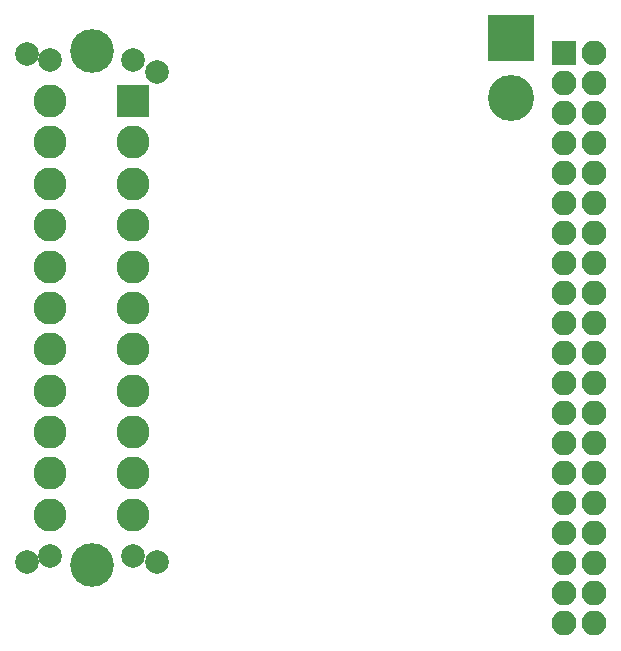
<source format=gbs>
G04 #@! TF.GenerationSoftware,KiCad,Pcbnew,(2017-11-06 revision 9df4ae65e)-makepkg*
G04 #@! TF.CreationDate,2019-02-04T19:17:38-08:00*
G04 #@! TF.ProjectId,Behavior rig board,4265686176696F722072696720626F61,rev?*
G04 #@! TF.SameCoordinates,Original*
G04 #@! TF.FileFunction,Soldermask,Bot*
G04 #@! TF.FilePolarity,Negative*
%FSLAX46Y46*%
G04 Gerber Fmt 4.6, Leading zero omitted, Abs format (unit mm)*
G04 Created by KiCad (PCBNEW (2017-11-06 revision 9df4ae65e)-makepkg) date 02/04/19 19:17:38*
%MOMM*%
%LPD*%
G01*
G04 APERTURE LIST*
%ADD10R,2.800000X2.800000*%
%ADD11C,2.800000*%
%ADD12C,2.000000*%
%ADD13C,3.700000*%
%ADD14O,2.100000X2.100000*%
%ADD15R,2.100000X2.100000*%
%ADD16C,3.900120*%
%ADD17R,3.900120X3.900120*%
G04 APERTURE END LIST*
D10*
X163480000Y-57070000D03*
D11*
X163480000Y-60570000D03*
X163480000Y-64070000D03*
X163480000Y-67570000D03*
X163480000Y-71070000D03*
X163480000Y-74570000D03*
X163480000Y-78070000D03*
X163480000Y-81570000D03*
X163480000Y-85070000D03*
X163480000Y-88570000D03*
X163480000Y-92070000D03*
X156480000Y-57070000D03*
X156480000Y-60570000D03*
X156480000Y-64070000D03*
X156480000Y-67570000D03*
X156480000Y-71070000D03*
X156480000Y-74570000D03*
X156480000Y-78070000D03*
X156480000Y-81570000D03*
X156480000Y-85070000D03*
X156480000Y-88570000D03*
X156480000Y-92070000D03*
D12*
X165480000Y-54570000D03*
X154480000Y-53070000D03*
X154480000Y-96070000D03*
X165480000Y-96070000D03*
D13*
X159980000Y-52820000D03*
X159980000Y-96320000D03*
D12*
X163480000Y-53570000D03*
X156480000Y-53570000D03*
X156480000Y-95570000D03*
X163480000Y-95570000D03*
D14*
X202540000Y-101260000D03*
X200000000Y-101260000D03*
X202540000Y-98720000D03*
X200000000Y-98720000D03*
X202540000Y-96180000D03*
X200000000Y-96180000D03*
X202540000Y-93640000D03*
X200000000Y-93640000D03*
X202540000Y-91100000D03*
X200000000Y-91100000D03*
X202540000Y-88560000D03*
X200000000Y-88560000D03*
X202540000Y-86020000D03*
X200000000Y-86020000D03*
X202540000Y-83480000D03*
X200000000Y-83480000D03*
X202540000Y-80940000D03*
X200000000Y-80940000D03*
X202540000Y-78400000D03*
X200000000Y-78400000D03*
X202540000Y-75860000D03*
X200000000Y-75860000D03*
X202540000Y-73320000D03*
X200000000Y-73320000D03*
X202540000Y-70780000D03*
X200000000Y-70780000D03*
X202540000Y-68240000D03*
X200000000Y-68240000D03*
X202540000Y-65700000D03*
X200000000Y-65700000D03*
X202540000Y-63160000D03*
X200000000Y-63160000D03*
X202540000Y-60620000D03*
X200000000Y-60620000D03*
X202540000Y-58080000D03*
X200000000Y-58080000D03*
X202540000Y-55540000D03*
X200000000Y-55540000D03*
X202540000Y-53000000D03*
D15*
X200000000Y-53000000D03*
D16*
X195500000Y-56840000D03*
D17*
X195500000Y-51760000D03*
M02*

</source>
